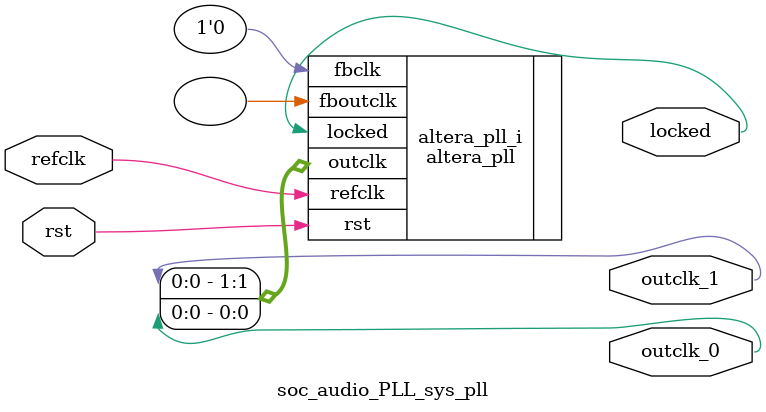
<source format=v>
`timescale 1ns/10ps
module  soc_audio_PLL_sys_pll(

	// interface 'refclk'
	input wire refclk,

	// interface 'reset'
	input wire rst,

	// interface 'outclk0'
	output wire outclk_0,

	// interface 'outclk1'
	output wire outclk_1,

	// interface 'locked'
	output wire locked
);

	altera_pll #(
		.fractional_vco_multiplier("false"),
		.reference_clock_frequency("50.0 MHz"),
		.operation_mode("direct"),
		.number_of_clocks(2),
		.output_clock_frequency0("100.000000 MHz"),
		.phase_shift0("0 ps"),
		.duty_cycle0(50),
		.output_clock_frequency1("100.000000 MHz"),
		.phase_shift1("-3000 ps"),
		.duty_cycle1(50),
		.output_clock_frequency2("0 MHz"),
		.phase_shift2("0 ps"),
		.duty_cycle2(50),
		.output_clock_frequency3("0 MHz"),
		.phase_shift3("0 ps"),
		.duty_cycle3(50),
		.output_clock_frequency4("0 MHz"),
		.phase_shift4("0 ps"),
		.duty_cycle4(50),
		.output_clock_frequency5("0 MHz"),
		.phase_shift5("0 ps"),
		.duty_cycle5(50),
		.output_clock_frequency6("0 MHz"),
		.phase_shift6("0 ps"),
		.duty_cycle6(50),
		.output_clock_frequency7("0 MHz"),
		.phase_shift7("0 ps"),
		.duty_cycle7(50),
		.output_clock_frequency8("0 MHz"),
		.phase_shift8("0 ps"),
		.duty_cycle8(50),
		.output_clock_frequency9("0 MHz"),
		.phase_shift9("0 ps"),
		.duty_cycle9(50),
		.output_clock_frequency10("0 MHz"),
		.phase_shift10("0 ps"),
		.duty_cycle10(50),
		.output_clock_frequency11("0 MHz"),
		.phase_shift11("0 ps"),
		.duty_cycle11(50),
		.output_clock_frequency12("0 MHz"),
		.phase_shift12("0 ps"),
		.duty_cycle12(50),
		.output_clock_frequency13("0 MHz"),
		.phase_shift13("0 ps"),
		.duty_cycle13(50),
		.output_clock_frequency14("0 MHz"),
		.phase_shift14("0 ps"),
		.duty_cycle14(50),
		.output_clock_frequency15("0 MHz"),
		.phase_shift15("0 ps"),
		.duty_cycle15(50),
		.output_clock_frequency16("0 MHz"),
		.phase_shift16("0 ps"),
		.duty_cycle16(50),
		.output_clock_frequency17("0 MHz"),
		.phase_shift17("0 ps"),
		.duty_cycle17(50),
		.pll_type("General"),
		.pll_subtype("General")
	) altera_pll_i (
		.rst	(rst),
		.outclk	({outclk_1, outclk_0}),
		.locked	(locked),
		.fboutclk	( ),
		.fbclk	(1'b0),
		.refclk	(refclk)
	);
endmodule


</source>
